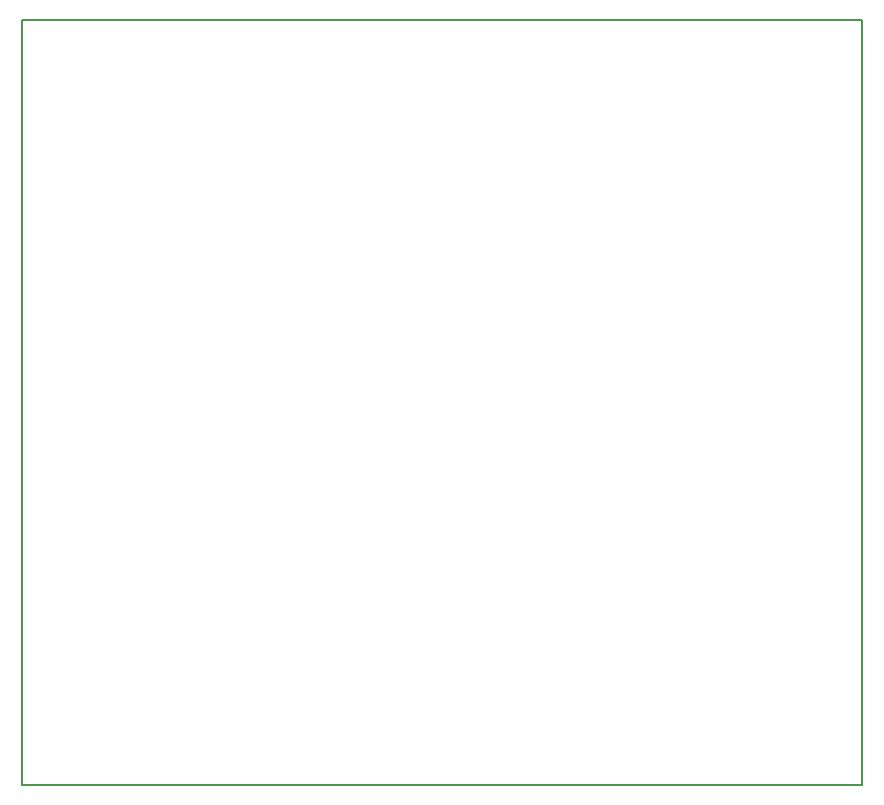
<source format=gm1>
G04 #@! TF.GenerationSoftware,KiCad,Pcbnew,(5.0.0)*
G04 #@! TF.CreationDate,2018-10-08T11:46:22-07:00*
G04 #@! TF.ProjectId,500-1019,3530302D313031392E6B696361645F70,rev?*
G04 #@! TF.SameCoordinates,Original*
G04 #@! TF.FileFunction,Profile,NP*
%FSLAX46Y46*%
G04 Gerber Fmt 4.6, Leading zero omitted, Abs format (unit mm)*
G04 Created by KiCad (PCBNEW (5.0.0)) date 10/08/18 11:46:22*
%MOMM*%
%LPD*%
G01*
G04 APERTURE LIST*
%ADD10C,0.150000*%
G04 APERTURE END LIST*
D10*
X110490000Y-81280000D02*
X111760000Y-81280000D01*
X110490000Y-146050000D02*
X110490000Y-81280000D01*
X181610000Y-81280000D02*
X181610000Y-146050000D01*
X180340000Y-81280000D02*
X181610000Y-81280000D01*
X181610000Y-81280000D02*
X180340000Y-81280000D01*
X180340000Y-81280000D02*
X111760000Y-81280000D01*
X110490000Y-146050000D02*
X181610000Y-146050000D01*
M02*

</source>
